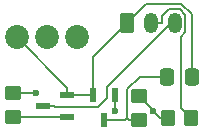
<source format=gbr>
%TF.GenerationSoftware,KiCad,Pcbnew,8.0.6*%
%TF.CreationDate,2024-10-26T20:07:40-05:00*%
%TF.ProjectId,FanPWMtoRotorLock,46616e50-574d-4746-9f52-6f746f724c6f,rev?*%
%TF.SameCoordinates,Original*%
%TF.FileFunction,Copper,L1,Top*%
%TF.FilePolarity,Positive*%
%FSLAX46Y46*%
G04 Gerber Fmt 4.6, Leading zero omitted, Abs format (unit mm)*
G04 Created by KiCad (PCBNEW 8.0.6) date 2024-10-26 20:07:40*
%MOMM*%
%LPD*%
G01*
G04 APERTURE LIST*
G04 Aperture macros list*
%AMRoundRect*
0 Rectangle with rounded corners*
0 $1 Rounding radius*
0 $2 $3 $4 $5 $6 $7 $8 $9 X,Y pos of 4 corners*
0 Add a 4 corners polygon primitive as box body*
4,1,4,$2,$3,$4,$5,$6,$7,$8,$9,$2,$3,0*
0 Add four circle primitives for the rounded corners*
1,1,$1+$1,$2,$3*
1,1,$1+$1,$4,$5*
1,1,$1+$1,$6,$7*
1,1,$1+$1,$8,$9*
0 Add four rect primitives between the rounded corners*
20,1,$1+$1,$2,$3,$4,$5,0*
20,1,$1+$1,$4,$5,$6,$7,0*
20,1,$1+$1,$6,$7,$8,$9,0*
20,1,$1+$1,$8,$9,$2,$3,0*%
G04 Aperture macros list end*
%TA.AperFunction,SMDPad,CuDef*%
%ADD10R,0.600000X1.300000*%
%TD*%
%TA.AperFunction,SMDPad,CuDef*%
%ADD11R,1.300000X0.600000*%
%TD*%
%TA.AperFunction,ComponentPad*%
%ADD12RoundRect,0.250000X-0.350000X-0.625000X0.350000X-0.625000X0.350000X0.625000X-0.350000X0.625000X0*%
%TD*%
%TA.AperFunction,ComponentPad*%
%ADD13O,1.200000X1.750000*%
%TD*%
%TA.AperFunction,SMDPad,CuDef*%
%ADD14RoundRect,0.250000X-0.450000X0.350000X-0.450000X-0.350000X0.450000X-0.350000X0.450000X0.350000X0*%
%TD*%
%TA.AperFunction,SMDPad,CuDef*%
%ADD15RoundRect,0.250000X0.350000X0.450000X-0.350000X0.450000X-0.350000X-0.450000X0.350000X-0.450000X0*%
%TD*%
%TA.AperFunction,SMDPad,CuDef*%
%ADD16RoundRect,0.250000X-0.337500X-0.475000X0.337500X-0.475000X0.337500X0.475000X-0.337500X0.475000X0*%
%TD*%
%TA.AperFunction,ComponentPad*%
%ADD17C,2.020000*%
%TD*%
%TA.AperFunction,ViaPad*%
%ADD18C,0.600000*%
%TD*%
%TA.AperFunction,Conductor*%
%ADD19C,0.200000*%
%TD*%
G04 APERTURE END LIST*
D10*
%TO.P,Q3,1,B*%
%TO.N,Net-(Q3-B)*%
X125075000Y-86075000D03*
%TO.P,Q3,2,C*%
%TO.N,Net-(Q2-E)*%
X123175000Y-86075000D03*
%TO.P,Q3,3,E*%
%TO.N,Net-(Q3-E)*%
X124125000Y-88175000D03*
%TD*%
D11*
%TO.P,Q2,1,B*%
%TO.N,Net-(Q2-B)*%
X121025000Y-87925000D03*
%TO.P,Q2,2,E*%
%TO.N,Net-(Q2-E)*%
X121025000Y-86025000D03*
%TO.P,Q2,3,C*%
%TO.N,Net-(Q2-C)*%
X118925000Y-86975000D03*
%TD*%
D12*
%TO.P,J2,1*%
%TO.N,Net-(Q2-E)*%
X126100000Y-79925000D03*
D13*
%TO.P,J2,2*%
%TO.N,Net-(U1-R)*%
X128100000Y-79925000D03*
%TO.P,J2,3*%
%TO.N,Net-(Q2-C)*%
X130100000Y-79925000D03*
%TD*%
D14*
%TO.P,R4,1*%
%TO.N,Net-(U1-DIS)*%
X127100000Y-86150000D03*
%TO.P,R4,2*%
%TO.N,Net-(Q3-E)*%
X127100000Y-88150000D03*
%TD*%
D15*
%TO.P,R3,1*%
%TO.N,Net-(U1-R)*%
X131500000Y-88000000D03*
%TO.P,R3,2*%
%TO.N,Net-(U1-DIS)*%
X129500000Y-88000000D03*
%TD*%
D16*
%TO.P,C1,1*%
%TO.N,Net-(Q3-E)*%
X129462500Y-84500000D03*
%TO.P,C1,2*%
%TO.N,Net-(Q2-E)*%
X131537500Y-84500000D03*
%TD*%
D17*
%TO.P,J1,1*%
%TO.N,Net-(Q2-E)*%
X116775000Y-81125000D03*
%TO.P,J1,2*%
%TO.N,Net-(U1-R)*%
X119315000Y-81125000D03*
%TO.P,J1,3*%
%TO.N,Net-(J1-Pad3)*%
X121855000Y-81125000D03*
%TD*%
D14*
%TO.P,R5,1*%
%TO.N,Net-(U1-Q)*%
X116425000Y-85875000D03*
%TO.P,R5,2*%
%TO.N,Net-(Q2-B)*%
X116425000Y-87875000D03*
%TD*%
D18*
%TO.N,Net-(U1-DIS)*%
X128279500Y-87435400D03*
%TO.N,Net-(U1-Q)*%
X118378000Y-85875000D03*
%TO.N,Net-(Q3-B)*%
X125075000Y-87357600D03*
%TD*%
D19*
%TO.N,Net-(U1-R)*%
X130642200Y-81106800D02*
X130642200Y-87142200D01*
X131015500Y-79236800D02*
X131015500Y-80733500D01*
X130519400Y-78740700D02*
X131015500Y-79236800D01*
X128100000Y-79925000D02*
X129001700Y-79925000D01*
X129001700Y-79361400D02*
X129622400Y-78740700D01*
X131015500Y-80733500D02*
X130642200Y-81106800D01*
X130642200Y-87142200D02*
X131500000Y-88000000D01*
X129001700Y-79925000D02*
X129001700Y-79361400D01*
X129622400Y-78740700D02*
X130519400Y-78740700D01*
%TO.N,Net-(U1-DIS)*%
X128279500Y-87329500D02*
X127100000Y-86150000D01*
X129500000Y-88000000D02*
X128844100Y-88000000D01*
X128279500Y-87435400D02*
X128279500Y-87329500D01*
X128844100Y-88000000D02*
X128279500Y-87435400D01*
%TO.N,Net-(U1-Q)*%
X116425000Y-85875000D02*
X118378000Y-85875000D01*
%TO.N,Net-(Q2-E)*%
X127715900Y-78309100D02*
X130668400Y-78309100D01*
X123175000Y-86075000D02*
X123175000Y-82850000D01*
X126100000Y-79925000D02*
X127715900Y-78309100D01*
X122026700Y-86075000D02*
X123175000Y-86075000D01*
X130668400Y-78309100D02*
X131537500Y-79178200D01*
X121025000Y-86025000D02*
X121976700Y-86025000D01*
X121976700Y-86025000D02*
X122026700Y-86075000D01*
X123175000Y-82850000D02*
X126100000Y-79925000D01*
X116775000Y-81173300D02*
X121025000Y-85423300D01*
X121025000Y-86025000D02*
X121025000Y-85423300D01*
X116775000Y-81125000D02*
X116775000Y-81173300D01*
X131537500Y-79178200D02*
X131537500Y-84500000D01*
%TO.N,Net-(Q3-E)*%
X127130000Y-84500000D02*
X129462500Y-84500000D01*
X124125000Y-88175000D02*
X124726700Y-88175000D01*
X126063100Y-88015800D02*
X126063100Y-85566900D01*
X125903900Y-88175000D02*
X126063100Y-88015800D01*
X127100000Y-88150000D02*
X126197300Y-88150000D01*
X126197300Y-88150000D02*
X126063100Y-88015800D01*
X124726700Y-88175000D02*
X125903900Y-88175000D01*
X126063100Y-85566900D02*
X127130000Y-84500000D01*
%TO.N,Net-(Q2-B)*%
X120073300Y-87925000D02*
X120023300Y-87875000D01*
X120023300Y-87875000D02*
X116425000Y-87875000D01*
X121025000Y-87925000D02*
X120073300Y-87925000D01*
%TO.N,Net-(Q2-C)*%
X124386300Y-85323400D02*
X129784700Y-79925000D01*
X119876700Y-86975000D02*
X119960300Y-87058600D01*
X118925000Y-86975000D02*
X119876700Y-86975000D01*
X124386300Y-86280600D02*
X124386300Y-85323400D01*
X123608300Y-87058600D02*
X124386300Y-86280600D01*
X129784700Y-79925000D02*
X130100000Y-79925000D01*
X119960300Y-87058600D02*
X123608300Y-87058600D01*
%TO.N,Net-(Q3-B)*%
X125075000Y-87357600D02*
X125075000Y-86075000D01*
%TD*%
M02*

</source>
